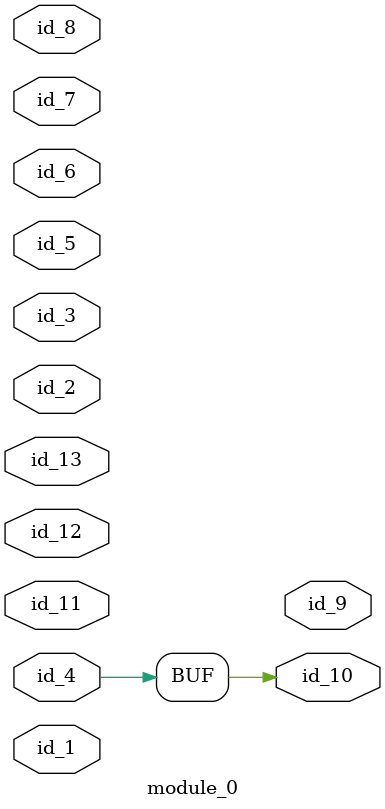
<source format=v>
module module_0 (
    id_1,
    id_2,
    id_3,
    id_4,
    id_5,
    id_6,
    id_7,
    id_8,
    id_9,
    id_10,
    id_11,
    id_12,
    id_13
);
  input wire id_13;
  inout wire id_12;
  inout wire id_11;
  output wire id_10;
  output wire id_9;
  input wire id_8;
  input wire id_7;
  input wire id_6;
  inout wire id_5;
  input wire id_4;
  inout wire id_3;
  input wire id_2;
  input wire id_1;
  wire id_14;
  wire id_15;
  assign id_10 = id_4;
  wire id_16;
endmodule
module module_1;
  wire id_2, id_5;
  wire id_6;
  module_0 modCall_1 (
      id_6,
      id_5,
      id_5,
      id_2,
      id_6,
      id_5,
      id_6,
      id_6,
      id_6,
      id_6,
      id_5,
      id_2,
      id_2
  );
  wire id_7;
endmodule

</source>
